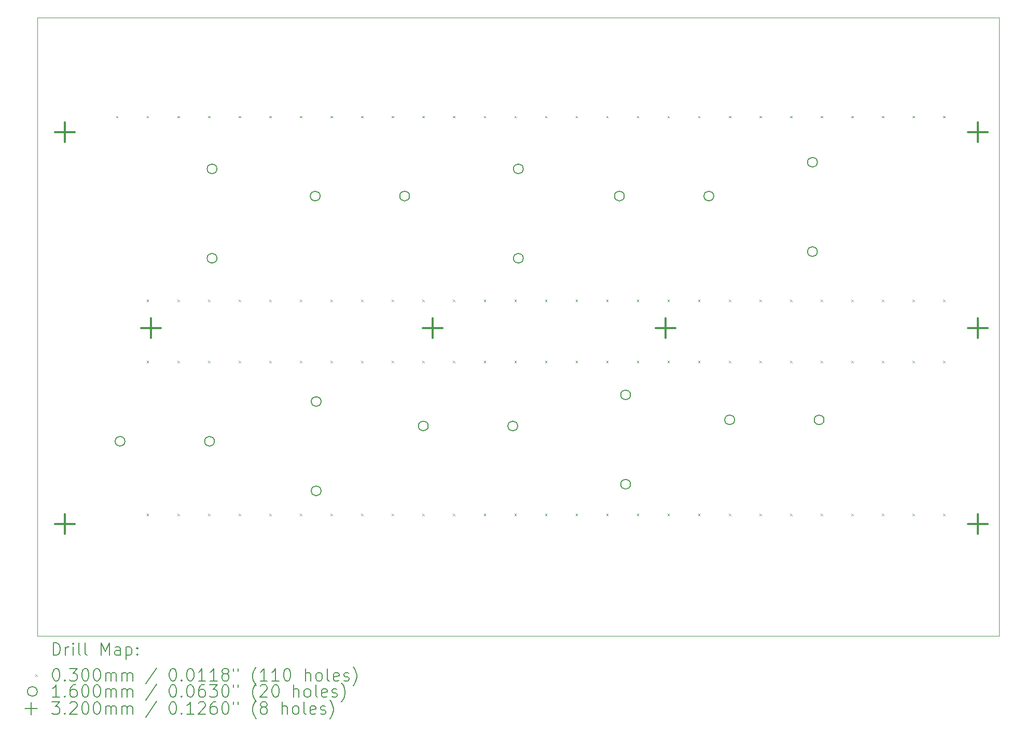
<source format=gbr>
%TF.GenerationSoftware,KiCad,Pcbnew,8.0.6-8.0.6-0~ubuntu24.04.1*%
%TF.CreationDate,2024-10-28T17:30:16+01:00*%
%TF.ProjectId,diplexer,6469706c-6578-4657-922e-6b696361645f,rev?*%
%TF.SameCoordinates,Original*%
%TF.FileFunction,Drillmap*%
%TF.FilePolarity,Positive*%
%FSLAX45Y45*%
G04 Gerber Fmt 4.5, Leading zero omitted, Abs format (unit mm)*
G04 Created by KiCad (PCBNEW 8.0.6-8.0.6-0~ubuntu24.04.1) date 2024-10-28 17:30:16*
%MOMM*%
%LPD*%
G01*
G04 APERTURE LIST*
%ADD10C,0.050000*%
%ADD11C,0.200000*%
%ADD12C,0.100000*%
%ADD13C,0.160000*%
%ADD14C,0.320000*%
G04 APERTURE END LIST*
D10*
X3200000Y-2880000D02*
X18900000Y-2880000D01*
X18900000Y-12980000D01*
X3200000Y-12980000D01*
X3200000Y-2880000D01*
D11*
D12*
X4485000Y-4485000D02*
X4515000Y-4515000D01*
X4515000Y-4485000D02*
X4485000Y-4515000D01*
X4985000Y-4485000D02*
X5015000Y-4515000D01*
X5015000Y-4485000D02*
X4985000Y-4515000D01*
X4985000Y-7485000D02*
X5015000Y-7515000D01*
X5015000Y-7485000D02*
X4985000Y-7515000D01*
X4985000Y-8485000D02*
X5015000Y-8515000D01*
X5015000Y-8485000D02*
X4985000Y-8515000D01*
X4985000Y-10985000D02*
X5015000Y-11015000D01*
X5015000Y-10985000D02*
X4985000Y-11015000D01*
X5485000Y-4485000D02*
X5515000Y-4515000D01*
X5515000Y-4485000D02*
X5485000Y-4515000D01*
X5485000Y-7485000D02*
X5515000Y-7515000D01*
X5515000Y-7485000D02*
X5485000Y-7515000D01*
X5485000Y-8485000D02*
X5515000Y-8515000D01*
X5515000Y-8485000D02*
X5485000Y-8515000D01*
X5485000Y-10985000D02*
X5515000Y-11015000D01*
X5515000Y-10985000D02*
X5485000Y-11015000D01*
X5985000Y-4485000D02*
X6015000Y-4515000D01*
X6015000Y-4485000D02*
X5985000Y-4515000D01*
X5985000Y-7485000D02*
X6015000Y-7515000D01*
X6015000Y-7485000D02*
X5985000Y-7515000D01*
X5985000Y-8485000D02*
X6015000Y-8515000D01*
X6015000Y-8485000D02*
X5985000Y-8515000D01*
X5985000Y-10985000D02*
X6015000Y-11015000D01*
X6015000Y-10985000D02*
X5985000Y-11015000D01*
X6485000Y-4485000D02*
X6515000Y-4515000D01*
X6515000Y-4485000D02*
X6485000Y-4515000D01*
X6485000Y-7485000D02*
X6515000Y-7515000D01*
X6515000Y-7485000D02*
X6485000Y-7515000D01*
X6485000Y-8485000D02*
X6515000Y-8515000D01*
X6515000Y-8485000D02*
X6485000Y-8515000D01*
X6485000Y-10985000D02*
X6515000Y-11015000D01*
X6515000Y-10985000D02*
X6485000Y-11015000D01*
X6985000Y-4485000D02*
X7015000Y-4515000D01*
X7015000Y-4485000D02*
X6985000Y-4515000D01*
X6985000Y-7485000D02*
X7015000Y-7515000D01*
X7015000Y-7485000D02*
X6985000Y-7515000D01*
X6985000Y-8485000D02*
X7015000Y-8515000D01*
X7015000Y-8485000D02*
X6985000Y-8515000D01*
X6985000Y-10985000D02*
X7015000Y-11015000D01*
X7015000Y-10985000D02*
X6985000Y-11015000D01*
X7485000Y-4485000D02*
X7515000Y-4515000D01*
X7515000Y-4485000D02*
X7485000Y-4515000D01*
X7485000Y-7485000D02*
X7515000Y-7515000D01*
X7515000Y-7485000D02*
X7485000Y-7515000D01*
X7485000Y-8485000D02*
X7515000Y-8515000D01*
X7515000Y-8485000D02*
X7485000Y-8515000D01*
X7485000Y-8485000D02*
X7515000Y-8515000D01*
X7515000Y-8485000D02*
X7485000Y-8515000D01*
X7485000Y-10985000D02*
X7515000Y-11015000D01*
X7515000Y-10985000D02*
X7485000Y-11015000D01*
X7985000Y-4485000D02*
X8015000Y-4515000D01*
X8015000Y-4485000D02*
X7985000Y-4515000D01*
X7985000Y-7485000D02*
X8015000Y-7515000D01*
X8015000Y-7485000D02*
X7985000Y-7515000D01*
X7985000Y-8485000D02*
X8015000Y-8515000D01*
X8015000Y-8485000D02*
X7985000Y-8515000D01*
X7985000Y-10985000D02*
X8015000Y-11015000D01*
X8015000Y-10985000D02*
X7985000Y-11015000D01*
X8485000Y-4485000D02*
X8515000Y-4515000D01*
X8515000Y-4485000D02*
X8485000Y-4515000D01*
X8485000Y-7485000D02*
X8515000Y-7515000D01*
X8515000Y-7485000D02*
X8485000Y-7515000D01*
X8485000Y-8485000D02*
X8515000Y-8515000D01*
X8515000Y-8485000D02*
X8485000Y-8515000D01*
X8485000Y-10985000D02*
X8515000Y-11015000D01*
X8515000Y-10985000D02*
X8485000Y-11015000D01*
X8985000Y-4485000D02*
X9015000Y-4515000D01*
X9015000Y-4485000D02*
X8985000Y-4515000D01*
X8985000Y-7485000D02*
X9015000Y-7515000D01*
X9015000Y-7485000D02*
X8985000Y-7515000D01*
X8985000Y-8485000D02*
X9015000Y-8515000D01*
X9015000Y-8485000D02*
X8985000Y-8515000D01*
X8985000Y-10985000D02*
X9015000Y-11015000D01*
X9015000Y-10985000D02*
X8985000Y-11015000D01*
X9485000Y-4485000D02*
X9515000Y-4515000D01*
X9515000Y-4485000D02*
X9485000Y-4515000D01*
X9485000Y-7485000D02*
X9515000Y-7515000D01*
X9515000Y-7485000D02*
X9485000Y-7515000D01*
X9485000Y-8485000D02*
X9515000Y-8515000D01*
X9515000Y-8485000D02*
X9485000Y-8515000D01*
X9485000Y-10985000D02*
X9515000Y-11015000D01*
X9515000Y-10985000D02*
X9485000Y-11015000D01*
X9985000Y-4485000D02*
X10015000Y-4515000D01*
X10015000Y-4485000D02*
X9985000Y-4515000D01*
X9985000Y-7485000D02*
X10015000Y-7515000D01*
X10015000Y-7485000D02*
X9985000Y-7515000D01*
X9985000Y-8485000D02*
X10015000Y-8515000D01*
X10015000Y-8485000D02*
X9985000Y-8515000D01*
X9985000Y-10985000D02*
X10015000Y-11015000D01*
X10015000Y-10985000D02*
X9985000Y-11015000D01*
X10485000Y-4485000D02*
X10515000Y-4515000D01*
X10515000Y-4485000D02*
X10485000Y-4515000D01*
X10485000Y-7485000D02*
X10515000Y-7515000D01*
X10515000Y-7485000D02*
X10485000Y-7515000D01*
X10485000Y-8485000D02*
X10515000Y-8515000D01*
X10515000Y-8485000D02*
X10485000Y-8515000D01*
X10485000Y-10985000D02*
X10515000Y-11015000D01*
X10515000Y-10985000D02*
X10485000Y-11015000D01*
X10985000Y-4485000D02*
X11015000Y-4515000D01*
X11015000Y-4485000D02*
X10985000Y-4515000D01*
X10985000Y-7485000D02*
X11015000Y-7515000D01*
X11015000Y-7485000D02*
X10985000Y-7515000D01*
X10985000Y-8485000D02*
X11015000Y-8515000D01*
X11015000Y-8485000D02*
X10985000Y-8515000D01*
X10985000Y-10985000D02*
X11015000Y-11015000D01*
X11015000Y-10985000D02*
X10985000Y-11015000D01*
X11485000Y-4485000D02*
X11515000Y-4515000D01*
X11515000Y-4485000D02*
X11485000Y-4515000D01*
X11485000Y-7485000D02*
X11515000Y-7515000D01*
X11515000Y-7485000D02*
X11485000Y-7515000D01*
X11485000Y-8485000D02*
X11515000Y-8515000D01*
X11515000Y-8485000D02*
X11485000Y-8515000D01*
X11485000Y-10985000D02*
X11515000Y-11015000D01*
X11515000Y-10985000D02*
X11485000Y-11015000D01*
X11985000Y-4485000D02*
X12015000Y-4515000D01*
X12015000Y-4485000D02*
X11985000Y-4515000D01*
X11985000Y-7485000D02*
X12015000Y-7515000D01*
X12015000Y-7485000D02*
X11985000Y-7515000D01*
X11985000Y-8485000D02*
X12015000Y-8515000D01*
X12015000Y-8485000D02*
X11985000Y-8515000D01*
X11985000Y-10985000D02*
X12015000Y-11015000D01*
X12015000Y-10985000D02*
X11985000Y-11015000D01*
X12485000Y-4485000D02*
X12515000Y-4515000D01*
X12515000Y-4485000D02*
X12485000Y-4515000D01*
X12485000Y-7485000D02*
X12515000Y-7515000D01*
X12515000Y-7485000D02*
X12485000Y-7515000D01*
X12485000Y-8485000D02*
X12515000Y-8515000D01*
X12515000Y-8485000D02*
X12485000Y-8515000D01*
X12485000Y-10985000D02*
X12515000Y-11015000D01*
X12515000Y-10985000D02*
X12485000Y-11015000D01*
X12985000Y-4485000D02*
X13015000Y-4515000D01*
X13015000Y-4485000D02*
X12985000Y-4515000D01*
X12985000Y-7485000D02*
X13015000Y-7515000D01*
X13015000Y-7485000D02*
X12985000Y-7515000D01*
X12985000Y-8485000D02*
X13015000Y-8515000D01*
X13015000Y-8485000D02*
X12985000Y-8515000D01*
X12985000Y-10985000D02*
X13015000Y-11015000D01*
X13015000Y-10985000D02*
X12985000Y-11015000D01*
X13485000Y-4485000D02*
X13515000Y-4515000D01*
X13515000Y-4485000D02*
X13485000Y-4515000D01*
X13485000Y-7485000D02*
X13515000Y-7515000D01*
X13515000Y-7485000D02*
X13485000Y-7515000D01*
X13485000Y-8485000D02*
X13515000Y-8515000D01*
X13515000Y-8485000D02*
X13485000Y-8515000D01*
X13485000Y-10985000D02*
X13515000Y-11015000D01*
X13515000Y-10985000D02*
X13485000Y-11015000D01*
X13985000Y-4485000D02*
X14015000Y-4515000D01*
X14015000Y-4485000D02*
X13985000Y-4515000D01*
X13985000Y-7485000D02*
X14015000Y-7515000D01*
X14015000Y-7485000D02*
X13985000Y-7515000D01*
X13985000Y-8485000D02*
X14015000Y-8515000D01*
X14015000Y-8485000D02*
X13985000Y-8515000D01*
X13985000Y-10985000D02*
X14015000Y-11015000D01*
X14015000Y-10985000D02*
X13985000Y-11015000D01*
X14485000Y-4485000D02*
X14515000Y-4515000D01*
X14515000Y-4485000D02*
X14485000Y-4515000D01*
X14485000Y-7485000D02*
X14515000Y-7515000D01*
X14515000Y-7485000D02*
X14485000Y-7515000D01*
X14485000Y-8485000D02*
X14515000Y-8515000D01*
X14515000Y-8485000D02*
X14485000Y-8515000D01*
X14485000Y-10985000D02*
X14515000Y-11015000D01*
X14515000Y-10985000D02*
X14485000Y-11015000D01*
X14985000Y-4485000D02*
X15015000Y-4515000D01*
X15015000Y-4485000D02*
X14985000Y-4515000D01*
X14985000Y-7485000D02*
X15015000Y-7515000D01*
X15015000Y-7485000D02*
X14985000Y-7515000D01*
X14985000Y-8485000D02*
X15015000Y-8515000D01*
X15015000Y-8485000D02*
X14985000Y-8515000D01*
X14985000Y-10985000D02*
X15015000Y-11015000D01*
X15015000Y-10985000D02*
X14985000Y-11015000D01*
X15485000Y-4485000D02*
X15515000Y-4515000D01*
X15515000Y-4485000D02*
X15485000Y-4515000D01*
X15485000Y-7485000D02*
X15515000Y-7515000D01*
X15515000Y-7485000D02*
X15485000Y-7515000D01*
X15485000Y-8485000D02*
X15515000Y-8515000D01*
X15515000Y-8485000D02*
X15485000Y-8515000D01*
X15485000Y-10985000D02*
X15515000Y-11015000D01*
X15515000Y-10985000D02*
X15485000Y-11015000D01*
X15985000Y-4485000D02*
X16015000Y-4515000D01*
X16015000Y-4485000D02*
X15985000Y-4515000D01*
X15985000Y-7485000D02*
X16015000Y-7515000D01*
X16015000Y-7485000D02*
X15985000Y-7515000D01*
X15985000Y-8485000D02*
X16015000Y-8515000D01*
X16015000Y-8485000D02*
X15985000Y-8515000D01*
X15985000Y-10985000D02*
X16015000Y-11015000D01*
X16015000Y-10985000D02*
X15985000Y-11015000D01*
X16485000Y-4485000D02*
X16515000Y-4515000D01*
X16515000Y-4485000D02*
X16485000Y-4515000D01*
X16485000Y-7485000D02*
X16515000Y-7515000D01*
X16515000Y-7485000D02*
X16485000Y-7515000D01*
X16485000Y-8485000D02*
X16515000Y-8515000D01*
X16515000Y-8485000D02*
X16485000Y-8515000D01*
X16485000Y-10985000D02*
X16515000Y-11015000D01*
X16515000Y-10985000D02*
X16485000Y-11015000D01*
X16985000Y-4485000D02*
X17015000Y-4515000D01*
X17015000Y-4485000D02*
X16985000Y-4515000D01*
X16985000Y-7485000D02*
X17015000Y-7515000D01*
X17015000Y-7485000D02*
X16985000Y-7515000D01*
X16985000Y-8485000D02*
X17015000Y-8515000D01*
X17015000Y-8485000D02*
X16985000Y-8515000D01*
X16985000Y-10985000D02*
X17015000Y-11015000D01*
X17015000Y-10985000D02*
X16985000Y-11015000D01*
X17485000Y-4485000D02*
X17515000Y-4515000D01*
X17515000Y-4485000D02*
X17485000Y-4515000D01*
X17485000Y-7485000D02*
X17515000Y-7515000D01*
X17515000Y-7485000D02*
X17485000Y-7515000D01*
X17485000Y-8485000D02*
X17515000Y-8515000D01*
X17515000Y-8485000D02*
X17485000Y-8515000D01*
X17485000Y-10985000D02*
X17515000Y-11015000D01*
X17515000Y-10985000D02*
X17485000Y-11015000D01*
X17985000Y-4485000D02*
X18015000Y-4515000D01*
X18015000Y-4485000D02*
X17985000Y-4515000D01*
X17985000Y-7485000D02*
X18015000Y-7515000D01*
X18015000Y-7485000D02*
X17985000Y-7515000D01*
X17985000Y-8485000D02*
X18015000Y-8515000D01*
X18015000Y-8485000D02*
X17985000Y-8515000D01*
X17985000Y-10985000D02*
X18015000Y-11015000D01*
X18015000Y-10985000D02*
X17985000Y-11015000D01*
D13*
X4628750Y-9800000D02*
G75*
G02*
X4468750Y-9800000I-80000J0D01*
G01*
X4468750Y-9800000D02*
G75*
G02*
X4628750Y-9800000I80000J0D01*
G01*
X6088750Y-9800000D02*
G75*
G02*
X5928750Y-9800000I-80000J0D01*
G01*
X5928750Y-9800000D02*
G75*
G02*
X6088750Y-9800000I80000J0D01*
G01*
X6130000Y-5350000D02*
G75*
G02*
X5970000Y-5350000I-80000J0D01*
G01*
X5970000Y-5350000D02*
G75*
G02*
X6130000Y-5350000I80000J0D01*
G01*
X6130000Y-6810000D02*
G75*
G02*
X5970000Y-6810000I-80000J0D01*
G01*
X5970000Y-6810000D02*
G75*
G02*
X6130000Y-6810000I80000J0D01*
G01*
X7814000Y-5794000D02*
G75*
G02*
X7654000Y-5794000I-80000J0D01*
G01*
X7654000Y-5794000D02*
G75*
G02*
X7814000Y-5794000I80000J0D01*
G01*
X7830000Y-9150000D02*
G75*
G02*
X7670000Y-9150000I-80000J0D01*
G01*
X7670000Y-9150000D02*
G75*
G02*
X7830000Y-9150000I80000J0D01*
G01*
X7830000Y-10610000D02*
G75*
G02*
X7670000Y-10610000I-80000J0D01*
G01*
X7670000Y-10610000D02*
G75*
G02*
X7830000Y-10610000I80000J0D01*
G01*
X9274000Y-5794000D02*
G75*
G02*
X9114000Y-5794000I-80000J0D01*
G01*
X9114000Y-5794000D02*
G75*
G02*
X9274000Y-5794000I80000J0D01*
G01*
X9578750Y-9550000D02*
G75*
G02*
X9418750Y-9550000I-80000J0D01*
G01*
X9418750Y-9550000D02*
G75*
G02*
X9578750Y-9550000I80000J0D01*
G01*
X11038750Y-9550000D02*
G75*
G02*
X10878750Y-9550000I-80000J0D01*
G01*
X10878750Y-9550000D02*
G75*
G02*
X11038750Y-9550000I80000J0D01*
G01*
X11130000Y-5350000D02*
G75*
G02*
X10970000Y-5350000I-80000J0D01*
G01*
X10970000Y-5350000D02*
G75*
G02*
X11130000Y-5350000I80000J0D01*
G01*
X11130000Y-6810000D02*
G75*
G02*
X10970000Y-6810000I-80000J0D01*
G01*
X10970000Y-6810000D02*
G75*
G02*
X11130000Y-6810000I80000J0D01*
G01*
X12778750Y-5794000D02*
G75*
G02*
X12618750Y-5794000I-80000J0D01*
G01*
X12618750Y-5794000D02*
G75*
G02*
X12778750Y-5794000I80000J0D01*
G01*
X12880000Y-9041250D02*
G75*
G02*
X12720000Y-9041250I-80000J0D01*
G01*
X12720000Y-9041250D02*
G75*
G02*
X12880000Y-9041250I80000J0D01*
G01*
X12880000Y-10501250D02*
G75*
G02*
X12720000Y-10501250I-80000J0D01*
G01*
X12720000Y-10501250D02*
G75*
G02*
X12880000Y-10501250I80000J0D01*
G01*
X14238750Y-5794000D02*
G75*
G02*
X14078750Y-5794000I-80000J0D01*
G01*
X14078750Y-5794000D02*
G75*
G02*
X14238750Y-5794000I80000J0D01*
G01*
X14578750Y-9450000D02*
G75*
G02*
X14418750Y-9450000I-80000J0D01*
G01*
X14418750Y-9450000D02*
G75*
G02*
X14578750Y-9450000I80000J0D01*
G01*
X15930000Y-5241250D02*
G75*
G02*
X15770000Y-5241250I-80000J0D01*
G01*
X15770000Y-5241250D02*
G75*
G02*
X15930000Y-5241250I80000J0D01*
G01*
X15930000Y-6701250D02*
G75*
G02*
X15770000Y-6701250I-80000J0D01*
G01*
X15770000Y-6701250D02*
G75*
G02*
X15930000Y-6701250I80000J0D01*
G01*
X16038750Y-9450000D02*
G75*
G02*
X15878750Y-9450000I-80000J0D01*
G01*
X15878750Y-9450000D02*
G75*
G02*
X16038750Y-9450000I80000J0D01*
G01*
D14*
X3650000Y-4590000D02*
X3650000Y-4910000D01*
X3490000Y-4750000D02*
X3810000Y-4750000D01*
X3650000Y-10990000D02*
X3650000Y-11310000D01*
X3490000Y-11150000D02*
X3810000Y-11150000D01*
X5050000Y-7790000D02*
X5050000Y-8110000D01*
X4890000Y-7950000D02*
X5210000Y-7950000D01*
X9650000Y-7790000D02*
X9650000Y-8110000D01*
X9490000Y-7950000D02*
X9810000Y-7950000D01*
X13450000Y-7790000D02*
X13450000Y-8110000D01*
X13290000Y-7950000D02*
X13610000Y-7950000D01*
X18550000Y-4590000D02*
X18550000Y-4910000D01*
X18390000Y-4750000D02*
X18710000Y-4750000D01*
X18550000Y-7790000D02*
X18550000Y-8110000D01*
X18390000Y-7950000D02*
X18710000Y-7950000D01*
X18550000Y-10990000D02*
X18550000Y-11310000D01*
X18390000Y-11150000D02*
X18710000Y-11150000D01*
D11*
X3458277Y-13293984D02*
X3458277Y-13093984D01*
X3458277Y-13093984D02*
X3505896Y-13093984D01*
X3505896Y-13093984D02*
X3534467Y-13103508D01*
X3534467Y-13103508D02*
X3553515Y-13122555D01*
X3553515Y-13122555D02*
X3563039Y-13141603D01*
X3563039Y-13141603D02*
X3572562Y-13179698D01*
X3572562Y-13179698D02*
X3572562Y-13208269D01*
X3572562Y-13208269D02*
X3563039Y-13246365D01*
X3563039Y-13246365D02*
X3553515Y-13265412D01*
X3553515Y-13265412D02*
X3534467Y-13284460D01*
X3534467Y-13284460D02*
X3505896Y-13293984D01*
X3505896Y-13293984D02*
X3458277Y-13293984D01*
X3658277Y-13293984D02*
X3658277Y-13160650D01*
X3658277Y-13198746D02*
X3667801Y-13179698D01*
X3667801Y-13179698D02*
X3677324Y-13170174D01*
X3677324Y-13170174D02*
X3696372Y-13160650D01*
X3696372Y-13160650D02*
X3715420Y-13160650D01*
X3782086Y-13293984D02*
X3782086Y-13160650D01*
X3782086Y-13093984D02*
X3772562Y-13103508D01*
X3772562Y-13103508D02*
X3782086Y-13113031D01*
X3782086Y-13113031D02*
X3791610Y-13103508D01*
X3791610Y-13103508D02*
X3782086Y-13093984D01*
X3782086Y-13093984D02*
X3782086Y-13113031D01*
X3905896Y-13293984D02*
X3886848Y-13284460D01*
X3886848Y-13284460D02*
X3877324Y-13265412D01*
X3877324Y-13265412D02*
X3877324Y-13093984D01*
X4010658Y-13293984D02*
X3991610Y-13284460D01*
X3991610Y-13284460D02*
X3982086Y-13265412D01*
X3982086Y-13265412D02*
X3982086Y-13093984D01*
X4239229Y-13293984D02*
X4239229Y-13093984D01*
X4239229Y-13093984D02*
X4305896Y-13236841D01*
X4305896Y-13236841D02*
X4372563Y-13093984D01*
X4372563Y-13093984D02*
X4372563Y-13293984D01*
X4553515Y-13293984D02*
X4553515Y-13189222D01*
X4553515Y-13189222D02*
X4543991Y-13170174D01*
X4543991Y-13170174D02*
X4524944Y-13160650D01*
X4524944Y-13160650D02*
X4486848Y-13160650D01*
X4486848Y-13160650D02*
X4467801Y-13170174D01*
X4553515Y-13284460D02*
X4534467Y-13293984D01*
X4534467Y-13293984D02*
X4486848Y-13293984D01*
X4486848Y-13293984D02*
X4467801Y-13284460D01*
X4467801Y-13284460D02*
X4458277Y-13265412D01*
X4458277Y-13265412D02*
X4458277Y-13246365D01*
X4458277Y-13246365D02*
X4467801Y-13227317D01*
X4467801Y-13227317D02*
X4486848Y-13217793D01*
X4486848Y-13217793D02*
X4534467Y-13217793D01*
X4534467Y-13217793D02*
X4553515Y-13208269D01*
X4648753Y-13160650D02*
X4648753Y-13360650D01*
X4648753Y-13170174D02*
X4667801Y-13160650D01*
X4667801Y-13160650D02*
X4705896Y-13160650D01*
X4705896Y-13160650D02*
X4724944Y-13170174D01*
X4724944Y-13170174D02*
X4734467Y-13179698D01*
X4734467Y-13179698D02*
X4743991Y-13198746D01*
X4743991Y-13198746D02*
X4743991Y-13255888D01*
X4743991Y-13255888D02*
X4734467Y-13274936D01*
X4734467Y-13274936D02*
X4724944Y-13284460D01*
X4724944Y-13284460D02*
X4705896Y-13293984D01*
X4705896Y-13293984D02*
X4667801Y-13293984D01*
X4667801Y-13293984D02*
X4648753Y-13284460D01*
X4829705Y-13274936D02*
X4839229Y-13284460D01*
X4839229Y-13284460D02*
X4829705Y-13293984D01*
X4829705Y-13293984D02*
X4820182Y-13284460D01*
X4820182Y-13284460D02*
X4829705Y-13274936D01*
X4829705Y-13274936D02*
X4829705Y-13293984D01*
X4829705Y-13170174D02*
X4839229Y-13179698D01*
X4839229Y-13179698D02*
X4829705Y-13189222D01*
X4829705Y-13189222D02*
X4820182Y-13179698D01*
X4820182Y-13179698D02*
X4829705Y-13170174D01*
X4829705Y-13170174D02*
X4829705Y-13189222D01*
D12*
X3167500Y-13607500D02*
X3197500Y-13637500D01*
X3197500Y-13607500D02*
X3167500Y-13637500D01*
D11*
X3496372Y-13513984D02*
X3515420Y-13513984D01*
X3515420Y-13513984D02*
X3534467Y-13523508D01*
X3534467Y-13523508D02*
X3543991Y-13533031D01*
X3543991Y-13533031D02*
X3553515Y-13552079D01*
X3553515Y-13552079D02*
X3563039Y-13590174D01*
X3563039Y-13590174D02*
X3563039Y-13637793D01*
X3563039Y-13637793D02*
X3553515Y-13675888D01*
X3553515Y-13675888D02*
X3543991Y-13694936D01*
X3543991Y-13694936D02*
X3534467Y-13704460D01*
X3534467Y-13704460D02*
X3515420Y-13713984D01*
X3515420Y-13713984D02*
X3496372Y-13713984D01*
X3496372Y-13713984D02*
X3477324Y-13704460D01*
X3477324Y-13704460D02*
X3467801Y-13694936D01*
X3467801Y-13694936D02*
X3458277Y-13675888D01*
X3458277Y-13675888D02*
X3448753Y-13637793D01*
X3448753Y-13637793D02*
X3448753Y-13590174D01*
X3448753Y-13590174D02*
X3458277Y-13552079D01*
X3458277Y-13552079D02*
X3467801Y-13533031D01*
X3467801Y-13533031D02*
X3477324Y-13523508D01*
X3477324Y-13523508D02*
X3496372Y-13513984D01*
X3648753Y-13694936D02*
X3658277Y-13704460D01*
X3658277Y-13704460D02*
X3648753Y-13713984D01*
X3648753Y-13713984D02*
X3639229Y-13704460D01*
X3639229Y-13704460D02*
X3648753Y-13694936D01*
X3648753Y-13694936D02*
X3648753Y-13713984D01*
X3724943Y-13513984D02*
X3848753Y-13513984D01*
X3848753Y-13513984D02*
X3782086Y-13590174D01*
X3782086Y-13590174D02*
X3810658Y-13590174D01*
X3810658Y-13590174D02*
X3829705Y-13599698D01*
X3829705Y-13599698D02*
X3839229Y-13609222D01*
X3839229Y-13609222D02*
X3848753Y-13628269D01*
X3848753Y-13628269D02*
X3848753Y-13675888D01*
X3848753Y-13675888D02*
X3839229Y-13694936D01*
X3839229Y-13694936D02*
X3829705Y-13704460D01*
X3829705Y-13704460D02*
X3810658Y-13713984D01*
X3810658Y-13713984D02*
X3753515Y-13713984D01*
X3753515Y-13713984D02*
X3734467Y-13704460D01*
X3734467Y-13704460D02*
X3724943Y-13694936D01*
X3972562Y-13513984D02*
X3991610Y-13513984D01*
X3991610Y-13513984D02*
X4010658Y-13523508D01*
X4010658Y-13523508D02*
X4020182Y-13533031D01*
X4020182Y-13533031D02*
X4029705Y-13552079D01*
X4029705Y-13552079D02*
X4039229Y-13590174D01*
X4039229Y-13590174D02*
X4039229Y-13637793D01*
X4039229Y-13637793D02*
X4029705Y-13675888D01*
X4029705Y-13675888D02*
X4020182Y-13694936D01*
X4020182Y-13694936D02*
X4010658Y-13704460D01*
X4010658Y-13704460D02*
X3991610Y-13713984D01*
X3991610Y-13713984D02*
X3972562Y-13713984D01*
X3972562Y-13713984D02*
X3953515Y-13704460D01*
X3953515Y-13704460D02*
X3943991Y-13694936D01*
X3943991Y-13694936D02*
X3934467Y-13675888D01*
X3934467Y-13675888D02*
X3924943Y-13637793D01*
X3924943Y-13637793D02*
X3924943Y-13590174D01*
X3924943Y-13590174D02*
X3934467Y-13552079D01*
X3934467Y-13552079D02*
X3943991Y-13533031D01*
X3943991Y-13533031D02*
X3953515Y-13523508D01*
X3953515Y-13523508D02*
X3972562Y-13513984D01*
X4163039Y-13513984D02*
X4182086Y-13513984D01*
X4182086Y-13513984D02*
X4201134Y-13523508D01*
X4201134Y-13523508D02*
X4210658Y-13533031D01*
X4210658Y-13533031D02*
X4220182Y-13552079D01*
X4220182Y-13552079D02*
X4229705Y-13590174D01*
X4229705Y-13590174D02*
X4229705Y-13637793D01*
X4229705Y-13637793D02*
X4220182Y-13675888D01*
X4220182Y-13675888D02*
X4210658Y-13694936D01*
X4210658Y-13694936D02*
X4201134Y-13704460D01*
X4201134Y-13704460D02*
X4182086Y-13713984D01*
X4182086Y-13713984D02*
X4163039Y-13713984D01*
X4163039Y-13713984D02*
X4143991Y-13704460D01*
X4143991Y-13704460D02*
X4134467Y-13694936D01*
X4134467Y-13694936D02*
X4124943Y-13675888D01*
X4124943Y-13675888D02*
X4115420Y-13637793D01*
X4115420Y-13637793D02*
X4115420Y-13590174D01*
X4115420Y-13590174D02*
X4124943Y-13552079D01*
X4124943Y-13552079D02*
X4134467Y-13533031D01*
X4134467Y-13533031D02*
X4143991Y-13523508D01*
X4143991Y-13523508D02*
X4163039Y-13513984D01*
X4315420Y-13713984D02*
X4315420Y-13580650D01*
X4315420Y-13599698D02*
X4324944Y-13590174D01*
X4324944Y-13590174D02*
X4343991Y-13580650D01*
X4343991Y-13580650D02*
X4372563Y-13580650D01*
X4372563Y-13580650D02*
X4391610Y-13590174D01*
X4391610Y-13590174D02*
X4401134Y-13609222D01*
X4401134Y-13609222D02*
X4401134Y-13713984D01*
X4401134Y-13609222D02*
X4410658Y-13590174D01*
X4410658Y-13590174D02*
X4429705Y-13580650D01*
X4429705Y-13580650D02*
X4458277Y-13580650D01*
X4458277Y-13580650D02*
X4477325Y-13590174D01*
X4477325Y-13590174D02*
X4486848Y-13609222D01*
X4486848Y-13609222D02*
X4486848Y-13713984D01*
X4582086Y-13713984D02*
X4582086Y-13580650D01*
X4582086Y-13599698D02*
X4591610Y-13590174D01*
X4591610Y-13590174D02*
X4610658Y-13580650D01*
X4610658Y-13580650D02*
X4639229Y-13580650D01*
X4639229Y-13580650D02*
X4658277Y-13590174D01*
X4658277Y-13590174D02*
X4667801Y-13609222D01*
X4667801Y-13609222D02*
X4667801Y-13713984D01*
X4667801Y-13609222D02*
X4677325Y-13590174D01*
X4677325Y-13590174D02*
X4696372Y-13580650D01*
X4696372Y-13580650D02*
X4724944Y-13580650D01*
X4724944Y-13580650D02*
X4743991Y-13590174D01*
X4743991Y-13590174D02*
X4753515Y-13609222D01*
X4753515Y-13609222D02*
X4753515Y-13713984D01*
X5143991Y-13504460D02*
X4972563Y-13761603D01*
X5401134Y-13513984D02*
X5420182Y-13513984D01*
X5420182Y-13513984D02*
X5439229Y-13523508D01*
X5439229Y-13523508D02*
X5448753Y-13533031D01*
X5448753Y-13533031D02*
X5458277Y-13552079D01*
X5458277Y-13552079D02*
X5467801Y-13590174D01*
X5467801Y-13590174D02*
X5467801Y-13637793D01*
X5467801Y-13637793D02*
X5458277Y-13675888D01*
X5458277Y-13675888D02*
X5448753Y-13694936D01*
X5448753Y-13694936D02*
X5439229Y-13704460D01*
X5439229Y-13704460D02*
X5420182Y-13713984D01*
X5420182Y-13713984D02*
X5401134Y-13713984D01*
X5401134Y-13713984D02*
X5382087Y-13704460D01*
X5382087Y-13704460D02*
X5372563Y-13694936D01*
X5372563Y-13694936D02*
X5363039Y-13675888D01*
X5363039Y-13675888D02*
X5353515Y-13637793D01*
X5353515Y-13637793D02*
X5353515Y-13590174D01*
X5353515Y-13590174D02*
X5363039Y-13552079D01*
X5363039Y-13552079D02*
X5372563Y-13533031D01*
X5372563Y-13533031D02*
X5382087Y-13523508D01*
X5382087Y-13523508D02*
X5401134Y-13513984D01*
X5553515Y-13694936D02*
X5563039Y-13704460D01*
X5563039Y-13704460D02*
X5553515Y-13713984D01*
X5553515Y-13713984D02*
X5543991Y-13704460D01*
X5543991Y-13704460D02*
X5553515Y-13694936D01*
X5553515Y-13694936D02*
X5553515Y-13713984D01*
X5686848Y-13513984D02*
X5705896Y-13513984D01*
X5705896Y-13513984D02*
X5724944Y-13523508D01*
X5724944Y-13523508D02*
X5734467Y-13533031D01*
X5734467Y-13533031D02*
X5743991Y-13552079D01*
X5743991Y-13552079D02*
X5753515Y-13590174D01*
X5753515Y-13590174D02*
X5753515Y-13637793D01*
X5753515Y-13637793D02*
X5743991Y-13675888D01*
X5743991Y-13675888D02*
X5734467Y-13694936D01*
X5734467Y-13694936D02*
X5724944Y-13704460D01*
X5724944Y-13704460D02*
X5705896Y-13713984D01*
X5705896Y-13713984D02*
X5686848Y-13713984D01*
X5686848Y-13713984D02*
X5667801Y-13704460D01*
X5667801Y-13704460D02*
X5658277Y-13694936D01*
X5658277Y-13694936D02*
X5648753Y-13675888D01*
X5648753Y-13675888D02*
X5639229Y-13637793D01*
X5639229Y-13637793D02*
X5639229Y-13590174D01*
X5639229Y-13590174D02*
X5648753Y-13552079D01*
X5648753Y-13552079D02*
X5658277Y-13533031D01*
X5658277Y-13533031D02*
X5667801Y-13523508D01*
X5667801Y-13523508D02*
X5686848Y-13513984D01*
X5943991Y-13713984D02*
X5829706Y-13713984D01*
X5886848Y-13713984D02*
X5886848Y-13513984D01*
X5886848Y-13513984D02*
X5867801Y-13542555D01*
X5867801Y-13542555D02*
X5848753Y-13561603D01*
X5848753Y-13561603D02*
X5829706Y-13571127D01*
X6134467Y-13713984D02*
X6020182Y-13713984D01*
X6077325Y-13713984D02*
X6077325Y-13513984D01*
X6077325Y-13513984D02*
X6058277Y-13542555D01*
X6058277Y-13542555D02*
X6039229Y-13561603D01*
X6039229Y-13561603D02*
X6020182Y-13571127D01*
X6248753Y-13599698D02*
X6229706Y-13590174D01*
X6229706Y-13590174D02*
X6220182Y-13580650D01*
X6220182Y-13580650D02*
X6210658Y-13561603D01*
X6210658Y-13561603D02*
X6210658Y-13552079D01*
X6210658Y-13552079D02*
X6220182Y-13533031D01*
X6220182Y-13533031D02*
X6229706Y-13523508D01*
X6229706Y-13523508D02*
X6248753Y-13513984D01*
X6248753Y-13513984D02*
X6286848Y-13513984D01*
X6286848Y-13513984D02*
X6305896Y-13523508D01*
X6305896Y-13523508D02*
X6315420Y-13533031D01*
X6315420Y-13533031D02*
X6324944Y-13552079D01*
X6324944Y-13552079D02*
X6324944Y-13561603D01*
X6324944Y-13561603D02*
X6315420Y-13580650D01*
X6315420Y-13580650D02*
X6305896Y-13590174D01*
X6305896Y-13590174D02*
X6286848Y-13599698D01*
X6286848Y-13599698D02*
X6248753Y-13599698D01*
X6248753Y-13599698D02*
X6229706Y-13609222D01*
X6229706Y-13609222D02*
X6220182Y-13618746D01*
X6220182Y-13618746D02*
X6210658Y-13637793D01*
X6210658Y-13637793D02*
X6210658Y-13675888D01*
X6210658Y-13675888D02*
X6220182Y-13694936D01*
X6220182Y-13694936D02*
X6229706Y-13704460D01*
X6229706Y-13704460D02*
X6248753Y-13713984D01*
X6248753Y-13713984D02*
X6286848Y-13713984D01*
X6286848Y-13713984D02*
X6305896Y-13704460D01*
X6305896Y-13704460D02*
X6315420Y-13694936D01*
X6315420Y-13694936D02*
X6324944Y-13675888D01*
X6324944Y-13675888D02*
X6324944Y-13637793D01*
X6324944Y-13637793D02*
X6315420Y-13618746D01*
X6315420Y-13618746D02*
X6305896Y-13609222D01*
X6305896Y-13609222D02*
X6286848Y-13599698D01*
X6401134Y-13513984D02*
X6401134Y-13552079D01*
X6477325Y-13513984D02*
X6477325Y-13552079D01*
X6772563Y-13790174D02*
X6763039Y-13780650D01*
X6763039Y-13780650D02*
X6743991Y-13752079D01*
X6743991Y-13752079D02*
X6734468Y-13733031D01*
X6734468Y-13733031D02*
X6724944Y-13704460D01*
X6724944Y-13704460D02*
X6715420Y-13656841D01*
X6715420Y-13656841D02*
X6715420Y-13618746D01*
X6715420Y-13618746D02*
X6724944Y-13571127D01*
X6724944Y-13571127D02*
X6734468Y-13542555D01*
X6734468Y-13542555D02*
X6743991Y-13523508D01*
X6743991Y-13523508D02*
X6763039Y-13494936D01*
X6763039Y-13494936D02*
X6772563Y-13485412D01*
X6953515Y-13713984D02*
X6839229Y-13713984D01*
X6896372Y-13713984D02*
X6896372Y-13513984D01*
X6896372Y-13513984D02*
X6877325Y-13542555D01*
X6877325Y-13542555D02*
X6858277Y-13561603D01*
X6858277Y-13561603D02*
X6839229Y-13571127D01*
X7143991Y-13713984D02*
X7029706Y-13713984D01*
X7086848Y-13713984D02*
X7086848Y-13513984D01*
X7086848Y-13513984D02*
X7067801Y-13542555D01*
X7067801Y-13542555D02*
X7048753Y-13561603D01*
X7048753Y-13561603D02*
X7029706Y-13571127D01*
X7267801Y-13513984D02*
X7286849Y-13513984D01*
X7286849Y-13513984D02*
X7305896Y-13523508D01*
X7305896Y-13523508D02*
X7315420Y-13533031D01*
X7315420Y-13533031D02*
X7324944Y-13552079D01*
X7324944Y-13552079D02*
X7334468Y-13590174D01*
X7334468Y-13590174D02*
X7334468Y-13637793D01*
X7334468Y-13637793D02*
X7324944Y-13675888D01*
X7324944Y-13675888D02*
X7315420Y-13694936D01*
X7315420Y-13694936D02*
X7305896Y-13704460D01*
X7305896Y-13704460D02*
X7286849Y-13713984D01*
X7286849Y-13713984D02*
X7267801Y-13713984D01*
X7267801Y-13713984D02*
X7248753Y-13704460D01*
X7248753Y-13704460D02*
X7239229Y-13694936D01*
X7239229Y-13694936D02*
X7229706Y-13675888D01*
X7229706Y-13675888D02*
X7220182Y-13637793D01*
X7220182Y-13637793D02*
X7220182Y-13590174D01*
X7220182Y-13590174D02*
X7229706Y-13552079D01*
X7229706Y-13552079D02*
X7239229Y-13533031D01*
X7239229Y-13533031D02*
X7248753Y-13523508D01*
X7248753Y-13523508D02*
X7267801Y-13513984D01*
X7572563Y-13713984D02*
X7572563Y-13513984D01*
X7658277Y-13713984D02*
X7658277Y-13609222D01*
X7658277Y-13609222D02*
X7648753Y-13590174D01*
X7648753Y-13590174D02*
X7629706Y-13580650D01*
X7629706Y-13580650D02*
X7601134Y-13580650D01*
X7601134Y-13580650D02*
X7582087Y-13590174D01*
X7582087Y-13590174D02*
X7572563Y-13599698D01*
X7782087Y-13713984D02*
X7763039Y-13704460D01*
X7763039Y-13704460D02*
X7753515Y-13694936D01*
X7753515Y-13694936D02*
X7743991Y-13675888D01*
X7743991Y-13675888D02*
X7743991Y-13618746D01*
X7743991Y-13618746D02*
X7753515Y-13599698D01*
X7753515Y-13599698D02*
X7763039Y-13590174D01*
X7763039Y-13590174D02*
X7782087Y-13580650D01*
X7782087Y-13580650D02*
X7810658Y-13580650D01*
X7810658Y-13580650D02*
X7829706Y-13590174D01*
X7829706Y-13590174D02*
X7839230Y-13599698D01*
X7839230Y-13599698D02*
X7848753Y-13618746D01*
X7848753Y-13618746D02*
X7848753Y-13675888D01*
X7848753Y-13675888D02*
X7839230Y-13694936D01*
X7839230Y-13694936D02*
X7829706Y-13704460D01*
X7829706Y-13704460D02*
X7810658Y-13713984D01*
X7810658Y-13713984D02*
X7782087Y-13713984D01*
X7963039Y-13713984D02*
X7943991Y-13704460D01*
X7943991Y-13704460D02*
X7934468Y-13685412D01*
X7934468Y-13685412D02*
X7934468Y-13513984D01*
X8115420Y-13704460D02*
X8096372Y-13713984D01*
X8096372Y-13713984D02*
X8058277Y-13713984D01*
X8058277Y-13713984D02*
X8039230Y-13704460D01*
X8039230Y-13704460D02*
X8029706Y-13685412D01*
X8029706Y-13685412D02*
X8029706Y-13609222D01*
X8029706Y-13609222D02*
X8039230Y-13590174D01*
X8039230Y-13590174D02*
X8058277Y-13580650D01*
X8058277Y-13580650D02*
X8096372Y-13580650D01*
X8096372Y-13580650D02*
X8115420Y-13590174D01*
X8115420Y-13590174D02*
X8124944Y-13609222D01*
X8124944Y-13609222D02*
X8124944Y-13628269D01*
X8124944Y-13628269D02*
X8029706Y-13647317D01*
X8201134Y-13704460D02*
X8220182Y-13713984D01*
X8220182Y-13713984D02*
X8258277Y-13713984D01*
X8258277Y-13713984D02*
X8277325Y-13704460D01*
X8277325Y-13704460D02*
X8286849Y-13685412D01*
X8286849Y-13685412D02*
X8286849Y-13675888D01*
X8286849Y-13675888D02*
X8277325Y-13656841D01*
X8277325Y-13656841D02*
X8258277Y-13647317D01*
X8258277Y-13647317D02*
X8229706Y-13647317D01*
X8229706Y-13647317D02*
X8210658Y-13637793D01*
X8210658Y-13637793D02*
X8201134Y-13618746D01*
X8201134Y-13618746D02*
X8201134Y-13609222D01*
X8201134Y-13609222D02*
X8210658Y-13590174D01*
X8210658Y-13590174D02*
X8229706Y-13580650D01*
X8229706Y-13580650D02*
X8258277Y-13580650D01*
X8258277Y-13580650D02*
X8277325Y-13590174D01*
X8353515Y-13790174D02*
X8363039Y-13780650D01*
X8363039Y-13780650D02*
X8382087Y-13752079D01*
X8382087Y-13752079D02*
X8391611Y-13733031D01*
X8391611Y-13733031D02*
X8401134Y-13704460D01*
X8401134Y-13704460D02*
X8410658Y-13656841D01*
X8410658Y-13656841D02*
X8410658Y-13618746D01*
X8410658Y-13618746D02*
X8401134Y-13571127D01*
X8401134Y-13571127D02*
X8391611Y-13542555D01*
X8391611Y-13542555D02*
X8382087Y-13523508D01*
X8382087Y-13523508D02*
X8363039Y-13494936D01*
X8363039Y-13494936D02*
X8353515Y-13485412D01*
D13*
X3197500Y-13886500D02*
G75*
G02*
X3037500Y-13886500I-80000J0D01*
G01*
X3037500Y-13886500D02*
G75*
G02*
X3197500Y-13886500I80000J0D01*
G01*
D11*
X3563039Y-13977984D02*
X3448753Y-13977984D01*
X3505896Y-13977984D02*
X3505896Y-13777984D01*
X3505896Y-13777984D02*
X3486848Y-13806555D01*
X3486848Y-13806555D02*
X3467801Y-13825603D01*
X3467801Y-13825603D02*
X3448753Y-13835127D01*
X3648753Y-13958936D02*
X3658277Y-13968460D01*
X3658277Y-13968460D02*
X3648753Y-13977984D01*
X3648753Y-13977984D02*
X3639229Y-13968460D01*
X3639229Y-13968460D02*
X3648753Y-13958936D01*
X3648753Y-13958936D02*
X3648753Y-13977984D01*
X3829705Y-13777984D02*
X3791610Y-13777984D01*
X3791610Y-13777984D02*
X3772562Y-13787508D01*
X3772562Y-13787508D02*
X3763039Y-13797031D01*
X3763039Y-13797031D02*
X3743991Y-13825603D01*
X3743991Y-13825603D02*
X3734467Y-13863698D01*
X3734467Y-13863698D02*
X3734467Y-13939888D01*
X3734467Y-13939888D02*
X3743991Y-13958936D01*
X3743991Y-13958936D02*
X3753515Y-13968460D01*
X3753515Y-13968460D02*
X3772562Y-13977984D01*
X3772562Y-13977984D02*
X3810658Y-13977984D01*
X3810658Y-13977984D02*
X3829705Y-13968460D01*
X3829705Y-13968460D02*
X3839229Y-13958936D01*
X3839229Y-13958936D02*
X3848753Y-13939888D01*
X3848753Y-13939888D02*
X3848753Y-13892269D01*
X3848753Y-13892269D02*
X3839229Y-13873222D01*
X3839229Y-13873222D02*
X3829705Y-13863698D01*
X3829705Y-13863698D02*
X3810658Y-13854174D01*
X3810658Y-13854174D02*
X3772562Y-13854174D01*
X3772562Y-13854174D02*
X3753515Y-13863698D01*
X3753515Y-13863698D02*
X3743991Y-13873222D01*
X3743991Y-13873222D02*
X3734467Y-13892269D01*
X3972562Y-13777984D02*
X3991610Y-13777984D01*
X3991610Y-13777984D02*
X4010658Y-13787508D01*
X4010658Y-13787508D02*
X4020182Y-13797031D01*
X4020182Y-13797031D02*
X4029705Y-13816079D01*
X4029705Y-13816079D02*
X4039229Y-13854174D01*
X4039229Y-13854174D02*
X4039229Y-13901793D01*
X4039229Y-13901793D02*
X4029705Y-13939888D01*
X4029705Y-13939888D02*
X4020182Y-13958936D01*
X4020182Y-13958936D02*
X4010658Y-13968460D01*
X4010658Y-13968460D02*
X3991610Y-13977984D01*
X3991610Y-13977984D02*
X3972562Y-13977984D01*
X3972562Y-13977984D02*
X3953515Y-13968460D01*
X3953515Y-13968460D02*
X3943991Y-13958936D01*
X3943991Y-13958936D02*
X3934467Y-13939888D01*
X3934467Y-13939888D02*
X3924943Y-13901793D01*
X3924943Y-13901793D02*
X3924943Y-13854174D01*
X3924943Y-13854174D02*
X3934467Y-13816079D01*
X3934467Y-13816079D02*
X3943991Y-13797031D01*
X3943991Y-13797031D02*
X3953515Y-13787508D01*
X3953515Y-13787508D02*
X3972562Y-13777984D01*
X4163039Y-13777984D02*
X4182086Y-13777984D01*
X4182086Y-13777984D02*
X4201134Y-13787508D01*
X4201134Y-13787508D02*
X4210658Y-13797031D01*
X4210658Y-13797031D02*
X4220182Y-13816079D01*
X4220182Y-13816079D02*
X4229705Y-13854174D01*
X4229705Y-13854174D02*
X4229705Y-13901793D01*
X4229705Y-13901793D02*
X4220182Y-13939888D01*
X4220182Y-13939888D02*
X4210658Y-13958936D01*
X4210658Y-13958936D02*
X4201134Y-13968460D01*
X4201134Y-13968460D02*
X4182086Y-13977984D01*
X4182086Y-13977984D02*
X4163039Y-13977984D01*
X4163039Y-13977984D02*
X4143991Y-13968460D01*
X4143991Y-13968460D02*
X4134467Y-13958936D01*
X4134467Y-13958936D02*
X4124943Y-13939888D01*
X4124943Y-13939888D02*
X4115420Y-13901793D01*
X4115420Y-13901793D02*
X4115420Y-13854174D01*
X4115420Y-13854174D02*
X4124943Y-13816079D01*
X4124943Y-13816079D02*
X4134467Y-13797031D01*
X4134467Y-13797031D02*
X4143991Y-13787508D01*
X4143991Y-13787508D02*
X4163039Y-13777984D01*
X4315420Y-13977984D02*
X4315420Y-13844650D01*
X4315420Y-13863698D02*
X4324944Y-13854174D01*
X4324944Y-13854174D02*
X4343991Y-13844650D01*
X4343991Y-13844650D02*
X4372563Y-13844650D01*
X4372563Y-13844650D02*
X4391610Y-13854174D01*
X4391610Y-13854174D02*
X4401134Y-13873222D01*
X4401134Y-13873222D02*
X4401134Y-13977984D01*
X4401134Y-13873222D02*
X4410658Y-13854174D01*
X4410658Y-13854174D02*
X4429705Y-13844650D01*
X4429705Y-13844650D02*
X4458277Y-13844650D01*
X4458277Y-13844650D02*
X4477325Y-13854174D01*
X4477325Y-13854174D02*
X4486848Y-13873222D01*
X4486848Y-13873222D02*
X4486848Y-13977984D01*
X4582086Y-13977984D02*
X4582086Y-13844650D01*
X4582086Y-13863698D02*
X4591610Y-13854174D01*
X4591610Y-13854174D02*
X4610658Y-13844650D01*
X4610658Y-13844650D02*
X4639229Y-13844650D01*
X4639229Y-13844650D02*
X4658277Y-13854174D01*
X4658277Y-13854174D02*
X4667801Y-13873222D01*
X4667801Y-13873222D02*
X4667801Y-13977984D01*
X4667801Y-13873222D02*
X4677325Y-13854174D01*
X4677325Y-13854174D02*
X4696372Y-13844650D01*
X4696372Y-13844650D02*
X4724944Y-13844650D01*
X4724944Y-13844650D02*
X4743991Y-13854174D01*
X4743991Y-13854174D02*
X4753515Y-13873222D01*
X4753515Y-13873222D02*
X4753515Y-13977984D01*
X5143991Y-13768460D02*
X4972563Y-14025603D01*
X5401134Y-13777984D02*
X5420182Y-13777984D01*
X5420182Y-13777984D02*
X5439229Y-13787508D01*
X5439229Y-13787508D02*
X5448753Y-13797031D01*
X5448753Y-13797031D02*
X5458277Y-13816079D01*
X5458277Y-13816079D02*
X5467801Y-13854174D01*
X5467801Y-13854174D02*
X5467801Y-13901793D01*
X5467801Y-13901793D02*
X5458277Y-13939888D01*
X5458277Y-13939888D02*
X5448753Y-13958936D01*
X5448753Y-13958936D02*
X5439229Y-13968460D01*
X5439229Y-13968460D02*
X5420182Y-13977984D01*
X5420182Y-13977984D02*
X5401134Y-13977984D01*
X5401134Y-13977984D02*
X5382087Y-13968460D01*
X5382087Y-13968460D02*
X5372563Y-13958936D01*
X5372563Y-13958936D02*
X5363039Y-13939888D01*
X5363039Y-13939888D02*
X5353515Y-13901793D01*
X5353515Y-13901793D02*
X5353515Y-13854174D01*
X5353515Y-13854174D02*
X5363039Y-13816079D01*
X5363039Y-13816079D02*
X5372563Y-13797031D01*
X5372563Y-13797031D02*
X5382087Y-13787508D01*
X5382087Y-13787508D02*
X5401134Y-13777984D01*
X5553515Y-13958936D02*
X5563039Y-13968460D01*
X5563039Y-13968460D02*
X5553515Y-13977984D01*
X5553515Y-13977984D02*
X5543991Y-13968460D01*
X5543991Y-13968460D02*
X5553515Y-13958936D01*
X5553515Y-13958936D02*
X5553515Y-13977984D01*
X5686848Y-13777984D02*
X5705896Y-13777984D01*
X5705896Y-13777984D02*
X5724944Y-13787508D01*
X5724944Y-13787508D02*
X5734467Y-13797031D01*
X5734467Y-13797031D02*
X5743991Y-13816079D01*
X5743991Y-13816079D02*
X5753515Y-13854174D01*
X5753515Y-13854174D02*
X5753515Y-13901793D01*
X5753515Y-13901793D02*
X5743991Y-13939888D01*
X5743991Y-13939888D02*
X5734467Y-13958936D01*
X5734467Y-13958936D02*
X5724944Y-13968460D01*
X5724944Y-13968460D02*
X5705896Y-13977984D01*
X5705896Y-13977984D02*
X5686848Y-13977984D01*
X5686848Y-13977984D02*
X5667801Y-13968460D01*
X5667801Y-13968460D02*
X5658277Y-13958936D01*
X5658277Y-13958936D02*
X5648753Y-13939888D01*
X5648753Y-13939888D02*
X5639229Y-13901793D01*
X5639229Y-13901793D02*
X5639229Y-13854174D01*
X5639229Y-13854174D02*
X5648753Y-13816079D01*
X5648753Y-13816079D02*
X5658277Y-13797031D01*
X5658277Y-13797031D02*
X5667801Y-13787508D01*
X5667801Y-13787508D02*
X5686848Y-13777984D01*
X5924944Y-13777984D02*
X5886848Y-13777984D01*
X5886848Y-13777984D02*
X5867801Y-13787508D01*
X5867801Y-13787508D02*
X5858277Y-13797031D01*
X5858277Y-13797031D02*
X5839229Y-13825603D01*
X5839229Y-13825603D02*
X5829706Y-13863698D01*
X5829706Y-13863698D02*
X5829706Y-13939888D01*
X5829706Y-13939888D02*
X5839229Y-13958936D01*
X5839229Y-13958936D02*
X5848753Y-13968460D01*
X5848753Y-13968460D02*
X5867801Y-13977984D01*
X5867801Y-13977984D02*
X5905896Y-13977984D01*
X5905896Y-13977984D02*
X5924944Y-13968460D01*
X5924944Y-13968460D02*
X5934467Y-13958936D01*
X5934467Y-13958936D02*
X5943991Y-13939888D01*
X5943991Y-13939888D02*
X5943991Y-13892269D01*
X5943991Y-13892269D02*
X5934467Y-13873222D01*
X5934467Y-13873222D02*
X5924944Y-13863698D01*
X5924944Y-13863698D02*
X5905896Y-13854174D01*
X5905896Y-13854174D02*
X5867801Y-13854174D01*
X5867801Y-13854174D02*
X5848753Y-13863698D01*
X5848753Y-13863698D02*
X5839229Y-13873222D01*
X5839229Y-13873222D02*
X5829706Y-13892269D01*
X6010658Y-13777984D02*
X6134467Y-13777984D01*
X6134467Y-13777984D02*
X6067801Y-13854174D01*
X6067801Y-13854174D02*
X6096372Y-13854174D01*
X6096372Y-13854174D02*
X6115420Y-13863698D01*
X6115420Y-13863698D02*
X6124944Y-13873222D01*
X6124944Y-13873222D02*
X6134467Y-13892269D01*
X6134467Y-13892269D02*
X6134467Y-13939888D01*
X6134467Y-13939888D02*
X6124944Y-13958936D01*
X6124944Y-13958936D02*
X6115420Y-13968460D01*
X6115420Y-13968460D02*
X6096372Y-13977984D01*
X6096372Y-13977984D02*
X6039229Y-13977984D01*
X6039229Y-13977984D02*
X6020182Y-13968460D01*
X6020182Y-13968460D02*
X6010658Y-13958936D01*
X6258277Y-13777984D02*
X6277325Y-13777984D01*
X6277325Y-13777984D02*
X6296372Y-13787508D01*
X6296372Y-13787508D02*
X6305896Y-13797031D01*
X6305896Y-13797031D02*
X6315420Y-13816079D01*
X6315420Y-13816079D02*
X6324944Y-13854174D01*
X6324944Y-13854174D02*
X6324944Y-13901793D01*
X6324944Y-13901793D02*
X6315420Y-13939888D01*
X6315420Y-13939888D02*
X6305896Y-13958936D01*
X6305896Y-13958936D02*
X6296372Y-13968460D01*
X6296372Y-13968460D02*
X6277325Y-13977984D01*
X6277325Y-13977984D02*
X6258277Y-13977984D01*
X6258277Y-13977984D02*
X6239229Y-13968460D01*
X6239229Y-13968460D02*
X6229706Y-13958936D01*
X6229706Y-13958936D02*
X6220182Y-13939888D01*
X6220182Y-13939888D02*
X6210658Y-13901793D01*
X6210658Y-13901793D02*
X6210658Y-13854174D01*
X6210658Y-13854174D02*
X6220182Y-13816079D01*
X6220182Y-13816079D02*
X6229706Y-13797031D01*
X6229706Y-13797031D02*
X6239229Y-13787508D01*
X6239229Y-13787508D02*
X6258277Y-13777984D01*
X6401134Y-13777984D02*
X6401134Y-13816079D01*
X6477325Y-13777984D02*
X6477325Y-13816079D01*
X6772563Y-14054174D02*
X6763039Y-14044650D01*
X6763039Y-14044650D02*
X6743991Y-14016079D01*
X6743991Y-14016079D02*
X6734468Y-13997031D01*
X6734468Y-13997031D02*
X6724944Y-13968460D01*
X6724944Y-13968460D02*
X6715420Y-13920841D01*
X6715420Y-13920841D02*
X6715420Y-13882746D01*
X6715420Y-13882746D02*
X6724944Y-13835127D01*
X6724944Y-13835127D02*
X6734468Y-13806555D01*
X6734468Y-13806555D02*
X6743991Y-13787508D01*
X6743991Y-13787508D02*
X6763039Y-13758936D01*
X6763039Y-13758936D02*
X6772563Y-13749412D01*
X6839229Y-13797031D02*
X6848753Y-13787508D01*
X6848753Y-13787508D02*
X6867801Y-13777984D01*
X6867801Y-13777984D02*
X6915420Y-13777984D01*
X6915420Y-13777984D02*
X6934468Y-13787508D01*
X6934468Y-13787508D02*
X6943991Y-13797031D01*
X6943991Y-13797031D02*
X6953515Y-13816079D01*
X6953515Y-13816079D02*
X6953515Y-13835127D01*
X6953515Y-13835127D02*
X6943991Y-13863698D01*
X6943991Y-13863698D02*
X6829706Y-13977984D01*
X6829706Y-13977984D02*
X6953515Y-13977984D01*
X7077325Y-13777984D02*
X7096372Y-13777984D01*
X7096372Y-13777984D02*
X7115420Y-13787508D01*
X7115420Y-13787508D02*
X7124944Y-13797031D01*
X7124944Y-13797031D02*
X7134468Y-13816079D01*
X7134468Y-13816079D02*
X7143991Y-13854174D01*
X7143991Y-13854174D02*
X7143991Y-13901793D01*
X7143991Y-13901793D02*
X7134468Y-13939888D01*
X7134468Y-13939888D02*
X7124944Y-13958936D01*
X7124944Y-13958936D02*
X7115420Y-13968460D01*
X7115420Y-13968460D02*
X7096372Y-13977984D01*
X7096372Y-13977984D02*
X7077325Y-13977984D01*
X7077325Y-13977984D02*
X7058277Y-13968460D01*
X7058277Y-13968460D02*
X7048753Y-13958936D01*
X7048753Y-13958936D02*
X7039229Y-13939888D01*
X7039229Y-13939888D02*
X7029706Y-13901793D01*
X7029706Y-13901793D02*
X7029706Y-13854174D01*
X7029706Y-13854174D02*
X7039229Y-13816079D01*
X7039229Y-13816079D02*
X7048753Y-13797031D01*
X7048753Y-13797031D02*
X7058277Y-13787508D01*
X7058277Y-13787508D02*
X7077325Y-13777984D01*
X7382087Y-13977984D02*
X7382087Y-13777984D01*
X7467801Y-13977984D02*
X7467801Y-13873222D01*
X7467801Y-13873222D02*
X7458277Y-13854174D01*
X7458277Y-13854174D02*
X7439230Y-13844650D01*
X7439230Y-13844650D02*
X7410658Y-13844650D01*
X7410658Y-13844650D02*
X7391610Y-13854174D01*
X7391610Y-13854174D02*
X7382087Y-13863698D01*
X7591610Y-13977984D02*
X7572563Y-13968460D01*
X7572563Y-13968460D02*
X7563039Y-13958936D01*
X7563039Y-13958936D02*
X7553515Y-13939888D01*
X7553515Y-13939888D02*
X7553515Y-13882746D01*
X7553515Y-13882746D02*
X7563039Y-13863698D01*
X7563039Y-13863698D02*
X7572563Y-13854174D01*
X7572563Y-13854174D02*
X7591610Y-13844650D01*
X7591610Y-13844650D02*
X7620182Y-13844650D01*
X7620182Y-13844650D02*
X7639230Y-13854174D01*
X7639230Y-13854174D02*
X7648753Y-13863698D01*
X7648753Y-13863698D02*
X7658277Y-13882746D01*
X7658277Y-13882746D02*
X7658277Y-13939888D01*
X7658277Y-13939888D02*
X7648753Y-13958936D01*
X7648753Y-13958936D02*
X7639230Y-13968460D01*
X7639230Y-13968460D02*
X7620182Y-13977984D01*
X7620182Y-13977984D02*
X7591610Y-13977984D01*
X7772563Y-13977984D02*
X7753515Y-13968460D01*
X7753515Y-13968460D02*
X7743991Y-13949412D01*
X7743991Y-13949412D02*
X7743991Y-13777984D01*
X7924944Y-13968460D02*
X7905896Y-13977984D01*
X7905896Y-13977984D02*
X7867801Y-13977984D01*
X7867801Y-13977984D02*
X7848753Y-13968460D01*
X7848753Y-13968460D02*
X7839230Y-13949412D01*
X7839230Y-13949412D02*
X7839230Y-13873222D01*
X7839230Y-13873222D02*
X7848753Y-13854174D01*
X7848753Y-13854174D02*
X7867801Y-13844650D01*
X7867801Y-13844650D02*
X7905896Y-13844650D01*
X7905896Y-13844650D02*
X7924944Y-13854174D01*
X7924944Y-13854174D02*
X7934468Y-13873222D01*
X7934468Y-13873222D02*
X7934468Y-13892269D01*
X7934468Y-13892269D02*
X7839230Y-13911317D01*
X8010658Y-13968460D02*
X8029706Y-13977984D01*
X8029706Y-13977984D02*
X8067801Y-13977984D01*
X8067801Y-13977984D02*
X8086849Y-13968460D01*
X8086849Y-13968460D02*
X8096372Y-13949412D01*
X8096372Y-13949412D02*
X8096372Y-13939888D01*
X8096372Y-13939888D02*
X8086849Y-13920841D01*
X8086849Y-13920841D02*
X8067801Y-13911317D01*
X8067801Y-13911317D02*
X8039230Y-13911317D01*
X8039230Y-13911317D02*
X8020182Y-13901793D01*
X8020182Y-13901793D02*
X8010658Y-13882746D01*
X8010658Y-13882746D02*
X8010658Y-13873222D01*
X8010658Y-13873222D02*
X8020182Y-13854174D01*
X8020182Y-13854174D02*
X8039230Y-13844650D01*
X8039230Y-13844650D02*
X8067801Y-13844650D01*
X8067801Y-13844650D02*
X8086849Y-13854174D01*
X8163039Y-14054174D02*
X8172563Y-14044650D01*
X8172563Y-14044650D02*
X8191611Y-14016079D01*
X8191611Y-14016079D02*
X8201134Y-13997031D01*
X8201134Y-13997031D02*
X8210658Y-13968460D01*
X8210658Y-13968460D02*
X8220182Y-13920841D01*
X8220182Y-13920841D02*
X8220182Y-13882746D01*
X8220182Y-13882746D02*
X8210658Y-13835127D01*
X8210658Y-13835127D02*
X8201134Y-13806555D01*
X8201134Y-13806555D02*
X8191611Y-13787508D01*
X8191611Y-13787508D02*
X8172563Y-13758936D01*
X8172563Y-13758936D02*
X8163039Y-13749412D01*
X3097500Y-14066500D02*
X3097500Y-14266500D01*
X2997500Y-14166500D02*
X3197500Y-14166500D01*
X3439229Y-14057984D02*
X3563039Y-14057984D01*
X3563039Y-14057984D02*
X3496372Y-14134174D01*
X3496372Y-14134174D02*
X3524943Y-14134174D01*
X3524943Y-14134174D02*
X3543991Y-14143698D01*
X3543991Y-14143698D02*
X3553515Y-14153222D01*
X3553515Y-14153222D02*
X3563039Y-14172269D01*
X3563039Y-14172269D02*
X3563039Y-14219888D01*
X3563039Y-14219888D02*
X3553515Y-14238936D01*
X3553515Y-14238936D02*
X3543991Y-14248460D01*
X3543991Y-14248460D02*
X3524943Y-14257984D01*
X3524943Y-14257984D02*
X3467801Y-14257984D01*
X3467801Y-14257984D02*
X3448753Y-14248460D01*
X3448753Y-14248460D02*
X3439229Y-14238936D01*
X3648753Y-14238936D02*
X3658277Y-14248460D01*
X3658277Y-14248460D02*
X3648753Y-14257984D01*
X3648753Y-14257984D02*
X3639229Y-14248460D01*
X3639229Y-14248460D02*
X3648753Y-14238936D01*
X3648753Y-14238936D02*
X3648753Y-14257984D01*
X3734467Y-14077031D02*
X3743991Y-14067508D01*
X3743991Y-14067508D02*
X3763039Y-14057984D01*
X3763039Y-14057984D02*
X3810658Y-14057984D01*
X3810658Y-14057984D02*
X3829705Y-14067508D01*
X3829705Y-14067508D02*
X3839229Y-14077031D01*
X3839229Y-14077031D02*
X3848753Y-14096079D01*
X3848753Y-14096079D02*
X3848753Y-14115127D01*
X3848753Y-14115127D02*
X3839229Y-14143698D01*
X3839229Y-14143698D02*
X3724943Y-14257984D01*
X3724943Y-14257984D02*
X3848753Y-14257984D01*
X3972562Y-14057984D02*
X3991610Y-14057984D01*
X3991610Y-14057984D02*
X4010658Y-14067508D01*
X4010658Y-14067508D02*
X4020182Y-14077031D01*
X4020182Y-14077031D02*
X4029705Y-14096079D01*
X4029705Y-14096079D02*
X4039229Y-14134174D01*
X4039229Y-14134174D02*
X4039229Y-14181793D01*
X4039229Y-14181793D02*
X4029705Y-14219888D01*
X4029705Y-14219888D02*
X4020182Y-14238936D01*
X4020182Y-14238936D02*
X4010658Y-14248460D01*
X4010658Y-14248460D02*
X3991610Y-14257984D01*
X3991610Y-14257984D02*
X3972562Y-14257984D01*
X3972562Y-14257984D02*
X3953515Y-14248460D01*
X3953515Y-14248460D02*
X3943991Y-14238936D01*
X3943991Y-14238936D02*
X3934467Y-14219888D01*
X3934467Y-14219888D02*
X3924943Y-14181793D01*
X3924943Y-14181793D02*
X3924943Y-14134174D01*
X3924943Y-14134174D02*
X3934467Y-14096079D01*
X3934467Y-14096079D02*
X3943991Y-14077031D01*
X3943991Y-14077031D02*
X3953515Y-14067508D01*
X3953515Y-14067508D02*
X3972562Y-14057984D01*
X4163039Y-14057984D02*
X4182086Y-14057984D01*
X4182086Y-14057984D02*
X4201134Y-14067508D01*
X4201134Y-14067508D02*
X4210658Y-14077031D01*
X4210658Y-14077031D02*
X4220182Y-14096079D01*
X4220182Y-14096079D02*
X4229705Y-14134174D01*
X4229705Y-14134174D02*
X4229705Y-14181793D01*
X4229705Y-14181793D02*
X4220182Y-14219888D01*
X4220182Y-14219888D02*
X4210658Y-14238936D01*
X4210658Y-14238936D02*
X4201134Y-14248460D01*
X4201134Y-14248460D02*
X4182086Y-14257984D01*
X4182086Y-14257984D02*
X4163039Y-14257984D01*
X4163039Y-14257984D02*
X4143991Y-14248460D01*
X4143991Y-14248460D02*
X4134467Y-14238936D01*
X4134467Y-14238936D02*
X4124943Y-14219888D01*
X4124943Y-14219888D02*
X4115420Y-14181793D01*
X4115420Y-14181793D02*
X4115420Y-14134174D01*
X4115420Y-14134174D02*
X4124943Y-14096079D01*
X4124943Y-14096079D02*
X4134467Y-14077031D01*
X4134467Y-14077031D02*
X4143991Y-14067508D01*
X4143991Y-14067508D02*
X4163039Y-14057984D01*
X4315420Y-14257984D02*
X4315420Y-14124650D01*
X4315420Y-14143698D02*
X4324944Y-14134174D01*
X4324944Y-14134174D02*
X4343991Y-14124650D01*
X4343991Y-14124650D02*
X4372563Y-14124650D01*
X4372563Y-14124650D02*
X4391610Y-14134174D01*
X4391610Y-14134174D02*
X4401134Y-14153222D01*
X4401134Y-14153222D02*
X4401134Y-14257984D01*
X4401134Y-14153222D02*
X4410658Y-14134174D01*
X4410658Y-14134174D02*
X4429705Y-14124650D01*
X4429705Y-14124650D02*
X4458277Y-14124650D01*
X4458277Y-14124650D02*
X4477325Y-14134174D01*
X4477325Y-14134174D02*
X4486848Y-14153222D01*
X4486848Y-14153222D02*
X4486848Y-14257984D01*
X4582086Y-14257984D02*
X4582086Y-14124650D01*
X4582086Y-14143698D02*
X4591610Y-14134174D01*
X4591610Y-14134174D02*
X4610658Y-14124650D01*
X4610658Y-14124650D02*
X4639229Y-14124650D01*
X4639229Y-14124650D02*
X4658277Y-14134174D01*
X4658277Y-14134174D02*
X4667801Y-14153222D01*
X4667801Y-14153222D02*
X4667801Y-14257984D01*
X4667801Y-14153222D02*
X4677325Y-14134174D01*
X4677325Y-14134174D02*
X4696372Y-14124650D01*
X4696372Y-14124650D02*
X4724944Y-14124650D01*
X4724944Y-14124650D02*
X4743991Y-14134174D01*
X4743991Y-14134174D02*
X4753515Y-14153222D01*
X4753515Y-14153222D02*
X4753515Y-14257984D01*
X5143991Y-14048460D02*
X4972563Y-14305603D01*
X5401134Y-14057984D02*
X5420182Y-14057984D01*
X5420182Y-14057984D02*
X5439229Y-14067508D01*
X5439229Y-14067508D02*
X5448753Y-14077031D01*
X5448753Y-14077031D02*
X5458277Y-14096079D01*
X5458277Y-14096079D02*
X5467801Y-14134174D01*
X5467801Y-14134174D02*
X5467801Y-14181793D01*
X5467801Y-14181793D02*
X5458277Y-14219888D01*
X5458277Y-14219888D02*
X5448753Y-14238936D01*
X5448753Y-14238936D02*
X5439229Y-14248460D01*
X5439229Y-14248460D02*
X5420182Y-14257984D01*
X5420182Y-14257984D02*
X5401134Y-14257984D01*
X5401134Y-14257984D02*
X5382087Y-14248460D01*
X5382087Y-14248460D02*
X5372563Y-14238936D01*
X5372563Y-14238936D02*
X5363039Y-14219888D01*
X5363039Y-14219888D02*
X5353515Y-14181793D01*
X5353515Y-14181793D02*
X5353515Y-14134174D01*
X5353515Y-14134174D02*
X5363039Y-14096079D01*
X5363039Y-14096079D02*
X5372563Y-14077031D01*
X5372563Y-14077031D02*
X5382087Y-14067508D01*
X5382087Y-14067508D02*
X5401134Y-14057984D01*
X5553515Y-14238936D02*
X5563039Y-14248460D01*
X5563039Y-14248460D02*
X5553515Y-14257984D01*
X5553515Y-14257984D02*
X5543991Y-14248460D01*
X5543991Y-14248460D02*
X5553515Y-14238936D01*
X5553515Y-14238936D02*
X5553515Y-14257984D01*
X5753515Y-14257984D02*
X5639229Y-14257984D01*
X5696372Y-14257984D02*
X5696372Y-14057984D01*
X5696372Y-14057984D02*
X5677325Y-14086555D01*
X5677325Y-14086555D02*
X5658277Y-14105603D01*
X5658277Y-14105603D02*
X5639229Y-14115127D01*
X5829706Y-14077031D02*
X5839229Y-14067508D01*
X5839229Y-14067508D02*
X5858277Y-14057984D01*
X5858277Y-14057984D02*
X5905896Y-14057984D01*
X5905896Y-14057984D02*
X5924944Y-14067508D01*
X5924944Y-14067508D02*
X5934467Y-14077031D01*
X5934467Y-14077031D02*
X5943991Y-14096079D01*
X5943991Y-14096079D02*
X5943991Y-14115127D01*
X5943991Y-14115127D02*
X5934467Y-14143698D01*
X5934467Y-14143698D02*
X5820182Y-14257984D01*
X5820182Y-14257984D02*
X5943991Y-14257984D01*
X6115420Y-14057984D02*
X6077325Y-14057984D01*
X6077325Y-14057984D02*
X6058277Y-14067508D01*
X6058277Y-14067508D02*
X6048753Y-14077031D01*
X6048753Y-14077031D02*
X6029706Y-14105603D01*
X6029706Y-14105603D02*
X6020182Y-14143698D01*
X6020182Y-14143698D02*
X6020182Y-14219888D01*
X6020182Y-14219888D02*
X6029706Y-14238936D01*
X6029706Y-14238936D02*
X6039229Y-14248460D01*
X6039229Y-14248460D02*
X6058277Y-14257984D01*
X6058277Y-14257984D02*
X6096372Y-14257984D01*
X6096372Y-14257984D02*
X6115420Y-14248460D01*
X6115420Y-14248460D02*
X6124944Y-14238936D01*
X6124944Y-14238936D02*
X6134467Y-14219888D01*
X6134467Y-14219888D02*
X6134467Y-14172269D01*
X6134467Y-14172269D02*
X6124944Y-14153222D01*
X6124944Y-14153222D02*
X6115420Y-14143698D01*
X6115420Y-14143698D02*
X6096372Y-14134174D01*
X6096372Y-14134174D02*
X6058277Y-14134174D01*
X6058277Y-14134174D02*
X6039229Y-14143698D01*
X6039229Y-14143698D02*
X6029706Y-14153222D01*
X6029706Y-14153222D02*
X6020182Y-14172269D01*
X6258277Y-14057984D02*
X6277325Y-14057984D01*
X6277325Y-14057984D02*
X6296372Y-14067508D01*
X6296372Y-14067508D02*
X6305896Y-14077031D01*
X6305896Y-14077031D02*
X6315420Y-14096079D01*
X6315420Y-14096079D02*
X6324944Y-14134174D01*
X6324944Y-14134174D02*
X6324944Y-14181793D01*
X6324944Y-14181793D02*
X6315420Y-14219888D01*
X6315420Y-14219888D02*
X6305896Y-14238936D01*
X6305896Y-14238936D02*
X6296372Y-14248460D01*
X6296372Y-14248460D02*
X6277325Y-14257984D01*
X6277325Y-14257984D02*
X6258277Y-14257984D01*
X6258277Y-14257984D02*
X6239229Y-14248460D01*
X6239229Y-14248460D02*
X6229706Y-14238936D01*
X6229706Y-14238936D02*
X6220182Y-14219888D01*
X6220182Y-14219888D02*
X6210658Y-14181793D01*
X6210658Y-14181793D02*
X6210658Y-14134174D01*
X6210658Y-14134174D02*
X6220182Y-14096079D01*
X6220182Y-14096079D02*
X6229706Y-14077031D01*
X6229706Y-14077031D02*
X6239229Y-14067508D01*
X6239229Y-14067508D02*
X6258277Y-14057984D01*
X6401134Y-14057984D02*
X6401134Y-14096079D01*
X6477325Y-14057984D02*
X6477325Y-14096079D01*
X6772563Y-14334174D02*
X6763039Y-14324650D01*
X6763039Y-14324650D02*
X6743991Y-14296079D01*
X6743991Y-14296079D02*
X6734468Y-14277031D01*
X6734468Y-14277031D02*
X6724944Y-14248460D01*
X6724944Y-14248460D02*
X6715420Y-14200841D01*
X6715420Y-14200841D02*
X6715420Y-14162746D01*
X6715420Y-14162746D02*
X6724944Y-14115127D01*
X6724944Y-14115127D02*
X6734468Y-14086555D01*
X6734468Y-14086555D02*
X6743991Y-14067508D01*
X6743991Y-14067508D02*
X6763039Y-14038936D01*
X6763039Y-14038936D02*
X6772563Y-14029412D01*
X6877325Y-14143698D02*
X6858277Y-14134174D01*
X6858277Y-14134174D02*
X6848753Y-14124650D01*
X6848753Y-14124650D02*
X6839229Y-14105603D01*
X6839229Y-14105603D02*
X6839229Y-14096079D01*
X6839229Y-14096079D02*
X6848753Y-14077031D01*
X6848753Y-14077031D02*
X6858277Y-14067508D01*
X6858277Y-14067508D02*
X6877325Y-14057984D01*
X6877325Y-14057984D02*
X6915420Y-14057984D01*
X6915420Y-14057984D02*
X6934468Y-14067508D01*
X6934468Y-14067508D02*
X6943991Y-14077031D01*
X6943991Y-14077031D02*
X6953515Y-14096079D01*
X6953515Y-14096079D02*
X6953515Y-14105603D01*
X6953515Y-14105603D02*
X6943991Y-14124650D01*
X6943991Y-14124650D02*
X6934468Y-14134174D01*
X6934468Y-14134174D02*
X6915420Y-14143698D01*
X6915420Y-14143698D02*
X6877325Y-14143698D01*
X6877325Y-14143698D02*
X6858277Y-14153222D01*
X6858277Y-14153222D02*
X6848753Y-14162746D01*
X6848753Y-14162746D02*
X6839229Y-14181793D01*
X6839229Y-14181793D02*
X6839229Y-14219888D01*
X6839229Y-14219888D02*
X6848753Y-14238936D01*
X6848753Y-14238936D02*
X6858277Y-14248460D01*
X6858277Y-14248460D02*
X6877325Y-14257984D01*
X6877325Y-14257984D02*
X6915420Y-14257984D01*
X6915420Y-14257984D02*
X6934468Y-14248460D01*
X6934468Y-14248460D02*
X6943991Y-14238936D01*
X6943991Y-14238936D02*
X6953515Y-14219888D01*
X6953515Y-14219888D02*
X6953515Y-14181793D01*
X6953515Y-14181793D02*
X6943991Y-14162746D01*
X6943991Y-14162746D02*
X6934468Y-14153222D01*
X6934468Y-14153222D02*
X6915420Y-14143698D01*
X7191610Y-14257984D02*
X7191610Y-14057984D01*
X7277325Y-14257984D02*
X7277325Y-14153222D01*
X7277325Y-14153222D02*
X7267801Y-14134174D01*
X7267801Y-14134174D02*
X7248753Y-14124650D01*
X7248753Y-14124650D02*
X7220182Y-14124650D01*
X7220182Y-14124650D02*
X7201134Y-14134174D01*
X7201134Y-14134174D02*
X7191610Y-14143698D01*
X7401134Y-14257984D02*
X7382087Y-14248460D01*
X7382087Y-14248460D02*
X7372563Y-14238936D01*
X7372563Y-14238936D02*
X7363039Y-14219888D01*
X7363039Y-14219888D02*
X7363039Y-14162746D01*
X7363039Y-14162746D02*
X7372563Y-14143698D01*
X7372563Y-14143698D02*
X7382087Y-14134174D01*
X7382087Y-14134174D02*
X7401134Y-14124650D01*
X7401134Y-14124650D02*
X7429706Y-14124650D01*
X7429706Y-14124650D02*
X7448753Y-14134174D01*
X7448753Y-14134174D02*
X7458277Y-14143698D01*
X7458277Y-14143698D02*
X7467801Y-14162746D01*
X7467801Y-14162746D02*
X7467801Y-14219888D01*
X7467801Y-14219888D02*
X7458277Y-14238936D01*
X7458277Y-14238936D02*
X7448753Y-14248460D01*
X7448753Y-14248460D02*
X7429706Y-14257984D01*
X7429706Y-14257984D02*
X7401134Y-14257984D01*
X7582087Y-14257984D02*
X7563039Y-14248460D01*
X7563039Y-14248460D02*
X7553515Y-14229412D01*
X7553515Y-14229412D02*
X7553515Y-14057984D01*
X7734468Y-14248460D02*
X7715420Y-14257984D01*
X7715420Y-14257984D02*
X7677325Y-14257984D01*
X7677325Y-14257984D02*
X7658277Y-14248460D01*
X7658277Y-14248460D02*
X7648753Y-14229412D01*
X7648753Y-14229412D02*
X7648753Y-14153222D01*
X7648753Y-14153222D02*
X7658277Y-14134174D01*
X7658277Y-14134174D02*
X7677325Y-14124650D01*
X7677325Y-14124650D02*
X7715420Y-14124650D01*
X7715420Y-14124650D02*
X7734468Y-14134174D01*
X7734468Y-14134174D02*
X7743991Y-14153222D01*
X7743991Y-14153222D02*
X7743991Y-14172269D01*
X7743991Y-14172269D02*
X7648753Y-14191317D01*
X7820182Y-14248460D02*
X7839230Y-14257984D01*
X7839230Y-14257984D02*
X7877325Y-14257984D01*
X7877325Y-14257984D02*
X7896372Y-14248460D01*
X7896372Y-14248460D02*
X7905896Y-14229412D01*
X7905896Y-14229412D02*
X7905896Y-14219888D01*
X7905896Y-14219888D02*
X7896372Y-14200841D01*
X7896372Y-14200841D02*
X7877325Y-14191317D01*
X7877325Y-14191317D02*
X7848753Y-14191317D01*
X7848753Y-14191317D02*
X7829706Y-14181793D01*
X7829706Y-14181793D02*
X7820182Y-14162746D01*
X7820182Y-14162746D02*
X7820182Y-14153222D01*
X7820182Y-14153222D02*
X7829706Y-14134174D01*
X7829706Y-14134174D02*
X7848753Y-14124650D01*
X7848753Y-14124650D02*
X7877325Y-14124650D01*
X7877325Y-14124650D02*
X7896372Y-14134174D01*
X7972563Y-14334174D02*
X7982087Y-14324650D01*
X7982087Y-14324650D02*
X8001134Y-14296079D01*
X8001134Y-14296079D02*
X8010658Y-14277031D01*
X8010658Y-14277031D02*
X8020182Y-14248460D01*
X8020182Y-14248460D02*
X8029706Y-14200841D01*
X8029706Y-14200841D02*
X8029706Y-14162746D01*
X8029706Y-14162746D02*
X8020182Y-14115127D01*
X8020182Y-14115127D02*
X8010658Y-14086555D01*
X8010658Y-14086555D02*
X8001134Y-14067508D01*
X8001134Y-14067508D02*
X7982087Y-14038936D01*
X7982087Y-14038936D02*
X7972563Y-14029412D01*
M02*

</source>
